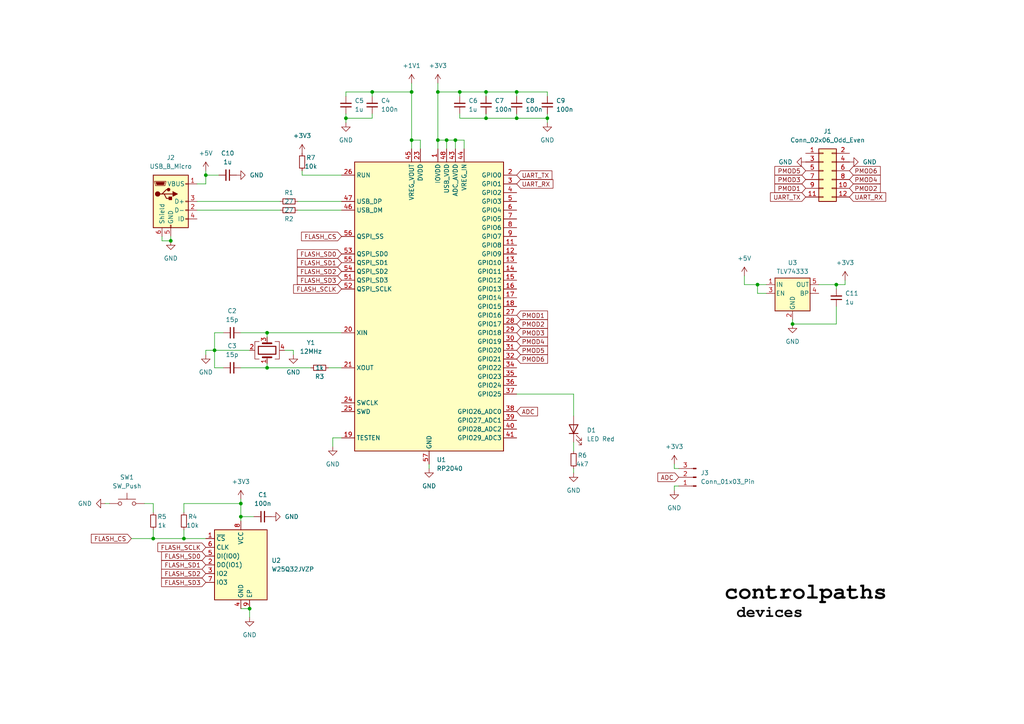
<source format=kicad_sch>
(kicad_sch (version 20230121) (generator eeschema)
  (paper "A4")
  (title_block (title "RP2040 PMOD") (rev "1a") (company "controlpaths devices"))
  (lib_symbols
    (symbol "Connector:Conn_01x03_Pin" (pin_names (offset 1.016) hide)
      (property "Reference" "J" (at 0 5.08 0))
      (property "Value" "Conn_01x03_Pin" (at 0 -5.08 0))
      (symbol "Conn_01x03_Pin_1_1"
        (polyline (pts (xy 1.27 -2.54) (xy 0.8636 -2.54)) (stroke (width 0.1524)))
        (polyline (pts (xy 1.27 0) (xy 0.8636 0)) (stroke (width 0.1524)))
        (polyline (pts (xy 1.27 2.54) (xy 0.8636 2.54)) (stroke (width 0.1524)))
        (rectangle (start 0.8636 -2.413) (end 0 -2.667) (stroke (width 0.1524)) (fill (type outline)))
        (rectangle (start 0.8636 0.127) (end 0 -0.127) (stroke (width 0.1524)) (fill (type outline)))
        (rectangle (start 0.8636 2.667) (end 0 2.413) (stroke (width 0.1524)) (fill (type outline)))
        (pin passive line (at 5.08 2.54 180) (length 3.81) (name "Pin_1") (number "1"))
        (pin passive line (at 5.08 0 180) (length 3.81) (name "Pin_2") (number "2"))
        (pin passive line (at 5.08 -2.54 180) (length 3.81) (name "Pin_3") (number "3"))
      )
    )
    (symbol "Connector:USB_B_Micro" (pin_names (offset 1.016))
      (property "Reference" "J" (at -5.08 11.43 0))
      (property "Value" "USB_B_Micro" (at -5.08 8.89 0))
      (symbol "USB_B_Micro_0_1"
        (rectangle (start -5.08 -7.62) (end 5.08 7.62) (stroke (width 0.254)) (fill (type background)))
        (circle (center -3.81 2.159) (radius 0.635) (stroke (width 0.254)) (fill (type outline)))
        (circle (center -0.635 3.429) (radius 0.381) (stroke (width 0.254)) (fill (type outline)))
        (rectangle (start -0.127 -7.62) (end 0.127 -6.858))
        (polyline (pts (xy -1.905 2.159) (xy 0.635 2.159)) (stroke (width 0.254)))
        (polyline (pts (xy -3.175 2.159) (xy -2.54 2.159) (xy -1.27 3.429) (xy -0.635 3.429)) (stroke (width 0.254)))
        (polyline (pts (xy -2.54 2.159) (xy -1.905 2.159) (xy -1.27 0.889) (xy 0 0.889)) (stroke (width 0.254)))
        (polyline (pts (xy 0.635 2.794) (xy 0.635 1.524) (xy 1.905 2.159) (xy 0.635 2.794)) (stroke (width 0.254)) (fill (type outline)))
        (polyline (pts (xy -4.318 5.588) (xy -1.778 5.588) (xy -2.032 4.826) (xy -4.064 4.826) (xy -4.318 5.588)) (fill (type outline)))
        (polyline (pts (xy -4.699 5.842) (xy -4.699 5.588) (xy -4.445 4.826) (xy -4.445 4.572) (xy -1.651 4.572) (xy -1.651 4.826) (xy -1.397 5.588) (xy -1.397 5.842) (xy -4.699 5.842)))
        (rectangle (start 0.254 1.27) (end -0.508 0.508) (stroke (width 0.254)) (fill (type outline)))
        (rectangle (start 5.08 -5.207) (end 4.318 -4.953))
        (rectangle (start 5.08 -2.667) (end 4.318 -2.413))
        (rectangle (start 5.08 -0.127) (end 4.318 0.127))
        (rectangle (start 5.08 4.953) (end 4.318 5.207))
      )
      (symbol "USB_B_Micro_1_1"
        (pin power_out line (at 7.62 5.08 180) (length 2.54) (name "VBUS") (number "1"))
        (pin bidirectional line (at 7.62 -2.54 180) (length 2.54) (name "D-") (number "2"))
        (pin bidirectional line (at 7.62 0 180) (length 2.54) (name "D+") (number "3"))
        (pin passive line (at 7.62 -5.08 180) (length 2.54) (name "ID") (number "4"))
        (pin power_out line (at 0 -10.16 90) (length 2.54) (name "GND") (number "5"))
        (pin passive line (at -2.54 -10.16 90) (length 2.54) (name "Shield") (number "6"))
      )
    )
    (symbol "Connector_Generic:Conn_02x06_Odd_Even" (pin_names (offset 1.016) hide)
      (property "Reference" "J" (at 1.27 7.62 0))
      (property "Value" "Conn_02x06_Odd_Even" (at 1.27 -10.16 0))
      (symbol "Conn_02x06_Odd_Even_1_1"
        (rectangle (start -1.27 -7.493) (end 0 -7.747) (stroke (width 0.1524)))
        (rectangle (start -1.27 -4.953) (end 0 -5.207) (stroke (width 0.1524)))
        (rectangle (start -1.27 -2.413) (end 0 -2.667) (stroke (width 0.1524)))
        (rectangle (start -1.27 0.127) (end 0 -0.127) (stroke (width 0.1524)))
        (rectangle (start -1.27 2.667) (end 0 2.413) (stroke (width 0.1524)))
        (rectangle (start -1.27 5.207) (end 0 4.953) (stroke (width 0.1524)))
        (rectangle (start -1.27 6.35) (end 3.81 -8.89) (stroke (width 0.254)) (fill (type background)))
        (rectangle (start 3.81 -7.493) (end 2.54 -7.747) (stroke (width 0.1524)))
        (rectangle (start 3.81 -4.953) (end 2.54 -5.207) (stroke (width 0.1524)))
        (rectangle (start 3.81 -2.413) (end 2.54 -2.667) (stroke (width 0.1524)))
        (rectangle (start 3.81 0.127) (end 2.54 -0.127) (stroke (width 0.1524)))
        (rectangle (start 3.81 2.667) (end 2.54 2.413) (stroke (width 0.1524)))
        (rectangle (start 3.81 5.207) (end 2.54 4.953) (stroke (width 0.1524)))
        (pin passive line (at -5.08 5.08 0) (length 3.81) (name "Pin_1") (number "1"))
        (pin passive line (at 7.62 -5.08 180) (length 3.81) (name "Pin_10") (number "10"))
        (pin passive line (at -5.08 -7.62 0) (length 3.81) (name "Pin_11") (number "11"))
        (pin passive line (at 7.62 -7.62 180) (length 3.81) (name "Pin_12") (number "12"))
        (pin passive line (at 7.62 5.08 180) (length 3.81) (name "Pin_2") (number "2"))
        (pin passive line (at -5.08 2.54 0) (length 3.81) (name "Pin_3") (number "3"))
        (pin passive line (at 7.62 2.54 180) (length 3.81) (name "Pin_4") (number "4"))
        (pin passive line (at -5.08 0 0) (length 3.81) (name "Pin_5") (number "5"))
        (pin passive line (at 7.62 0 180) (length 3.81) (name "Pin_6") (number "6"))
        (pin passive line (at -5.08 -2.54 0) (length 3.81) (name "Pin_7") (number "7"))
        (pin passive line (at 7.62 -2.54 180) (length 3.81) (name "Pin_8") (number "8"))
        (pin passive line (at -5.08 -5.08 0) (length 3.81) (name "Pin_9") (number "9"))
      )
    )
    (symbol "Device:C_Small" (pin_numbers hide) (pin_names (offset 0.254) hide)
      (property "Reference" "C" (at 0.254 1.778 0))
      (property "Value" "C_Small" (at 0.254 -2.032 0))
      (symbol "C_Small_0_1"
        (polyline (pts (xy -1.524 -0.508) (xy 1.524 -0.508)) (stroke (width 0.3302)))
        (polyline (pts (xy -1.524 0.508) (xy 1.524 0.508)) (stroke (width 0.3048)))
      )
      (symbol "C_Small_1_1"
        (pin passive line (at 0 2.54 270) (length 2.032) (name "~") (number "1"))
        (pin passive line (at 0 -2.54 90) (length 2.032) (name "~") (number "2"))
      )
    )
    (symbol "Device:Crystal_GND24" (pin_names (offset 1.016) hide)
      (property "Reference" "Y" (at 3.175 5.08 0))
      (property "Value" "Crystal_GND24" (at 3.175 3.175 0))
      (symbol "Crystal_GND24_0_1"
        (rectangle (start -1.143 2.54) (end 1.143 -2.54) (stroke (width 0.3048)))
        (polyline (pts (xy -2.54 0) (xy -2.032 0)))
        (polyline (pts (xy -2.032 -1.27) (xy -2.032 1.27)) (stroke (width 0.508)))
        (polyline (pts (xy 0 -3.81) (xy 0 -3.556)))
        (polyline (pts (xy 0 3.556) (xy 0 3.81)))
        (polyline (pts (xy 2.032 -1.27) (xy 2.032 1.27)) (stroke (width 0.508)))
        (polyline (pts (xy 2.032 0) (xy 2.54 0)))
        (polyline (pts (xy -2.54 -2.286) (xy -2.54 -3.556) (xy 2.54 -3.556) (xy 2.54 -2.286)))
        (polyline (pts (xy -2.54 2.286) (xy -2.54 3.556) (xy 2.54 3.556) (xy 2.54 2.286)))
      )
      (symbol "Crystal_GND24_1_1"
        (pin passive line (at -3.81 0 0) (length 1.27) (name "1") (number "1"))
        (pin passive line (at 0 5.08 270) (length 1.27) (name "2") (number "2"))
        (pin passive line (at 3.81 0 180) (length 1.27) (name "3") (number "3"))
        (pin passive line (at 0 -5.08 90) (length 1.27) (name "4") (number "4"))
      )
    )
    (symbol "Device:LED" (pin_numbers hide) (pin_names (offset 1.016) hide)
      (property "Reference" "D" (at 0 2.54 0))
      (property "Value" "LED" (at 0 -2.54 0))
      (symbol "LED_0_1"
        (polyline (pts (xy -1.27 -1.27) (xy -1.27 1.27)) (stroke (width 0.254)))
        (polyline (pts (xy -1.27 0) (xy 1.27 0)))
        (polyline (pts (xy 1.27 -1.27) (xy 1.27 1.27) (xy -1.27 0) (xy 1.27 -1.27)) (stroke (width 0.254)))
        (polyline (pts (xy -3.048 -0.762) (xy -4.572 -2.286) (xy -3.81 -2.286) (xy -4.572 -2.286) (xy -4.572 -1.524)))
        (polyline (pts (xy -1.778 -0.762) (xy -3.302 -2.286) (xy -2.54 -2.286) (xy -3.302 -2.286) (xy -3.302 -1.524)))
      )
      (symbol "LED_1_1"
        (pin passive line (at -3.81 0 0) (length 2.54) (name "K") (number "1"))
        (pin passive line (at 3.81 0 180) (length 2.54) (name "A") (number "2"))
      )
    )
    (symbol "Device:R_Small" (pin_numbers hide) (pin_names (offset 0.254) hide)
      (property "Reference" "R" (at 0.762 0.508 0))
      (property "Value" "R_Small" (at 0.762 -1.016 0))
      (symbol "R_Small_0_1"
        (rectangle (start -0.762 1.778) (end 0.762 -1.778) (stroke (width 0.2032)))
      )
      (symbol "R_Small_1_1"
        (pin passive line (at 0 2.54 270) (length 0.762) (name "~") (number "1"))
        (pin passive line (at 0 -2.54 90) (length 0.762) (name "~") (number "2"))
      )
    )
    (symbol "MCU_RaspberryPi:RP2040"
      (property "Reference" "U" (at 17.78 45.72 0))
      (property "Value" "RP2040" (at 17.78 43.18 0))
      (symbol "RP2040_0_1"
        (rectangle (start -21.59 41.91) (end 21.59 -41.91) (stroke (width 0.254)) (fill (type background)))
      )
      (symbol "RP2040_1_1"
        (pin power_in line (at 2.54 45.72 270) (length 3.81) (name "IOVDD") (number "1"))
        (pin passive line (at 2.54 45.72 270) (length 3.81) hide (name "IOVDD") (number "10"))
        (pin bidirectional line (at 25.4 17.78 180) (length 3.81) (name "GPIO8") (number "11"))
        (pin bidirectional line (at 25.4 15.24 180) (length 3.81) (name "GPIO9") (number "12"))
        (pin bidirectional line (at 25.4 12.7 180) (length 3.81) (name "GPIO10") (number "13"))
        (pin bidirectional line (at 25.4 10.16 180) (length 3.81) (name "GPIO11") (number "14"))
        (pin bidirectional line (at 25.4 7.62 180) (length 3.81) (name "GPIO12") (number "15"))
        (pin bidirectional line (at 25.4 5.08 180) (length 3.81) (name "GPIO13") (number "16"))
        (pin bidirectional line (at 25.4 2.54 180) (length 3.81) (name "GPIO14") (number "17"))
        (pin bidirectional line (at 25.4 0 180) (length 3.81) (name "GPIO15") (number "18"))
        (pin input line (at -25.4 -38.1 0) (length 3.81) (name "TESTEN") (number "19"))
        (pin bidirectional line (at 25.4 38.1 180) (length 3.81) (name "GPIO0") (number "2"))
        (pin input line (at -25.4 -7.62 0) (length 3.81) (name "XIN") (number "20"))
        (pin passive line (at -25.4 -17.78 0) (length 3.81) (name "XOUT") (number "21"))
        (pin passive line (at 2.54 45.72 270) (length 3.81) hide (name "IOVDD") (number "22"))
        (pin power_in line (at -2.54 45.72 270) (length 3.81) (name "DVDD") (number "23"))
        (pin input line (at -25.4 -27.94 0) (length 3.81) (name "SWCLK") (number "24"))
        (pin bidirectional line (at -25.4 -30.48 0) (length 3.81) (name "SWD") (number "25"))
        (pin input line (at -25.4 38.1 0) (length 3.81) (name "RUN") (number "26"))
        (pin bidirectional line (at 25.4 -2.54 180) (length 3.81) (name "GPIO16") (number "27"))
        (pin bidirectional line (at 25.4 -5.08 180) (length 3.81) (name "GPIO17") (number "28"))
        (pin bidirectional line (at 25.4 -7.62 180) (length 3.81) (name "GPIO18") (number "29"))
        (pin bidirectional line (at 25.4 35.56 180) (length 3.81) (name "GPIO1") (number "3"))
        (pin bidirectional line (at 25.4 -10.16 180) (length 3.81) (name "GPIO19") (number "30"))
        (pin bidirectional line (at 25.4 -12.7 180) (length 3.81) (name "GPIO20") (number "31"))
        (pin bidirectional line (at 25.4 -15.24 180) (length 3.81) (name "GPIO21") (number "32"))
        (pin passive line (at 2.54 45.72 270) (length 3.81) hide (name "IOVDD") (number "33"))
        (pin bidirectional line (at 25.4 -17.78 180) (length 3.81) (name "GPIO22") (number "34"))
        (pin bidirectional line (at 25.4 -20.32 180) (length 3.81) (name "GPIO23") (number "35"))
        (pin bidirectional line (at 25.4 -22.86 180) (length 3.81) (name "GPIO24") (number "36"))
        (pin bidirectional line (at 25.4 -25.4 180) (length 3.81) (name "GPIO25") (number "37"))
        (pin bidirectional line (at 25.4 -30.48 180) (length 3.81) (name "GPIO26_ADC0") (number "38"))
        (pin bidirectional line (at 25.4 -33.02 180) (length 3.81) (name "GPIO27_ADC1") (number "39"))
        (pin bidirectional line (at 25.4 33.02 180) (length 3.81) (name "GPIO2") (number "4"))
        (pin bidirectional line (at 25.4 -35.56 180) (length 3.81) (name "GPIO28_ADC2") (number "40"))
        (pin bidirectional line (at 25.4 -38.1 180) (length 3.81) (name "GPIO29_ADC3") (number "41"))
        (pin passive line (at 2.54 45.72 270) (length 3.81) hide (name "IOVDD") (number "42"))
        (pin power_in line (at 7.62 45.72 270) (length 3.81) (name "ADC_AVDD") (number "43"))
        (pin power_in line (at 10.16 45.72 270) (length 3.81) (name "VREG_IN") (number "44"))
        (pin power_out line (at -5.08 45.72 270) (length 3.81) (name "VREG_VOUT") (number "45"))
        (pin bidirectional line (at -25.4 27.94 0) (length 3.81) (name "USB_DM") (number "46"))
        (pin bidirectional line (at -25.4 30.48 0) (length 3.81) (name "USB_DP") (number "47"))
        (pin power_in line (at 5.08 45.72 270) (length 3.81) (name "USB_VDD") (number "48"))
        (pin passive line (at 2.54 45.72 270) (length 3.81) hide (name "IOVDD") (number "49"))
        (pin bidirectional line (at 25.4 30.48 180) (length 3.81) (name "GPIO3") (number "5"))
        (pin passive line (at -2.54 45.72 270) (length 3.81) hide (name "DVDD") (number "50"))
        (pin bidirectional line (at -25.4 7.62 0) (length 3.81) (name "QSPI_SD3") (number "51"))
        (pin output line (at -25.4 5.08 0) (length 3.81) (name "QSPI_SCLK") (number "52"))
        (pin bidirectional line (at -25.4 15.24 0) (length 3.81) (name "QSPI_SD0") (number "53"))
        (pin bidirectional line (at -25.4 10.16 0) (length 3.81) (name "QSPI_SD2") (number "54"))
        (pin bidirectional line (at -25.4 12.7 0) (length 3.81) (name "QSPI_SD1") (number "55"))
        (pin bidirectional line (at -25.4 20.32 0) (length 3.81) (name "QSPI_SS") (number "56"))
        (pin power_in line (at 0 -45.72 90) (length 3.81) (name "GND") (number "57"))
        (pin bidirectional line (at 25.4 27.94 180) (length 3.81) (name "GPIO4") (number "6"))
        (pin bidirectional line (at 25.4 25.4 180) (length 3.81) (name "GPIO5") (number "7"))
        (pin bidirectional line (at 25.4 22.86 180) (length 3.81) (name "GPIO6") (number "8"))
        (pin bidirectional line (at 25.4 20.32 180) (length 3.81) (name "GPIO7") (number "9"))
      )
    )
    (symbol "Memory_Flash:W25Q32JVZP"
      (property "Reference" "U" (at -6.35 11.43 0))
      (property "Value" "W25Q32JVZP" (at 7.62 11.43 0))
      (symbol "W25Q32JVZP_0_1"
        (rectangle (start -7.62 10.16) (end 7.62 -10.16) (stroke (width 0.254)) (fill (type background)))
      )
      (symbol "W25Q32JVZP_1_1"
        (pin input line (at -10.16 7.62 0) (length 2.54) (name "~{CS}") (number "1"))
        (pin bidirectional line (at -10.16 0 0) (length 2.54) (name "DO(IO1)") (number "2"))
        (pin bidirectional line (at -10.16 -2.54 0) (length 2.54) (name "IO2") (number "3"))
        (pin power_in line (at 0 -12.7 90) (length 2.54) (name "GND") (number "4"))
        (pin bidirectional line (at -10.16 2.54 0) (length 2.54) (name "DI(IO0)") (number "5"))
        (pin input line (at -10.16 5.08 0) (length 2.54) (name "CLK") (number "6"))
        (pin bidirectional line (at -10.16 -5.08 0) (length 2.54) (name "IO3") (number "7"))
        (pin power_in line (at 0 12.7 270) (length 2.54) (name "VCC") (number "8"))
        (pin passive line (at 2.54 -12.7 90) (length 2.54) (name "EP") (number "9"))
      )
    )
    (symbol "Regulator_Linear:LDK130-08_SOT23_SOT353" (pin_names (offset 0.254))
      (property "Reference" "U" (at -3.81 5.715 0))
      (property "Value" "LDK130-08_SOT23_SOT353" (at 0 5.715 0))
      (symbol "LDK130-08_SOT23_SOT353_0_1"
        (rectangle (start -5.08 4.445) (end 5.08 -5.08) (stroke (width 0.254)) (fill (type background)))
      )
      (symbol "LDK130-08_SOT23_SOT353_1_1"
        (pin power_in line (at -7.62 2.54 0) (length 2.54) (name "IN") (number "1"))
        (pin power_in line (at 0 -7.62 90) (length 2.54) (name "GND") (number "2"))
        (pin input line (at -7.62 0 0) (length 2.54) (name "EN") (number "3"))
        (pin passive line (at 7.62 0 180) (length 2.54) (name "BP") (number "4"))
        (pin power_out line (at 7.62 2.54 180) (length 2.54) (name "OUT") (number "5"))
      )
    )
    (symbol "Switch:SW_Push" (pin_numbers hide) (pin_names (offset 1.016) hide)
      (property "Reference" "SW" (at 1.27 2.54 0))
      (property "Value" "SW_Push" (at 0 -1.524 0))
      (symbol "SW_Push_0_1"
        (circle (center -2.032 0) (radius 0.508))
        (polyline (pts (xy 0 1.27) (xy 0 3.048)))
        (polyline (pts (xy 2.54 1.27) (xy -2.54 1.27)))
        (circle (center 2.032 0) (radius 0.508))
        (pin passive line (at -5.08 0 0) (length 2.54) (name "1") (number "1"))
        (pin passive line (at 5.08 0 180) (length 2.54) (name "2") (number "2"))
      )
    )
    (symbol "power:+1V1" (power) (pin_names (offset 0))
      (property "Value" "+1V1" (at 0 3.556 0))
      (symbol "+1V1_0_1"
        (polyline (pts (xy -0.762 1.27) (xy 0 2.54)))
        (polyline (pts (xy 0 0) (xy 0 2.54)))
        (polyline (pts (xy 0 2.54) (xy 0.762 1.27)))
      )
      (symbol "+1V1_1_1"
        (pin power_in line (at 0 0 90) (length 0) hide (name "+1V1") (number "1"))
      )
    )
    (symbol "power:+3V3" (power) (pin_names (offset 0))
      (property "Value" "+3V3" (at 0 3.556 0))
      (symbol "+3V3_0_1"
        (polyline (pts (xy -0.762 1.27) (xy 0 2.54)))
        (polyline (pts (xy 0 0) (xy 0 2.54)))
        (polyline (pts (xy 0 2.54) (xy 0.762 1.27)))
      )
      (symbol "+3V3_1_1"
        (pin power_in line (at 0 0 90) (length 0) hide (name "+3V3") (number "1"))
      )
    )
    (symbol "power:+5V" (power) (pin_names (offset 0))
      (property "Value" "+5V" (at 0 3.556 0))
      (symbol "+5V_0_1"
        (polyline (pts (xy -0.762 1.27) (xy 0 2.54)))
        (polyline (pts (xy 0 0) (xy 0 2.54)))
        (polyline (pts (xy 0 2.54) (xy 0.762 1.27)))
      )
      (symbol "+5V_1_1"
        (pin power_in line (at 0 0 90) (length 0) hide (name "+5V") (number "1"))
      )
    )
    (symbol "power:GND" (power) (pin_names (offset 0))
      (property "Value" "GND" (at 0 -3.81 0))
      (symbol "GND_0_1"
        (polyline (pts (xy 0 0) (xy 0 -1.27) (xy 1.27 -1.27) (xy 0 -2.54) (xy -1.27 -1.27) (xy 0 -1.27)))
      )
      (symbol "GND_1_1"
        (pin power_in line (at 0 0 270) (length 0) hide (name "GND") (number "1"))
      )
    )
  )
  (junction (at 107.95 26.67))
  (junction (at 242.57 82.55))
  (junction (at 149.86 26.67))
  (junction (at 49.53 69.85))
  (junction (at 77.47 106.68))
  (junction (at 59.69 50.8))
  (junction (at 119.38 26.67))
  (junction (at 77.47 96.52))
  (junction (at 149.86 34.29))
  (junction (at 69.85 146.05))
  (junction (at 133.35 26.67))
  (junction (at 119.38 40.64))
  (junction (at 129.54 40.64))
  (junction (at 132.08 40.64))
  (junction (at 140.97 34.29))
  (junction (at 219.71 82.55))
  (junction (at 69.85 149.86))
  (junction (at 229.87 93.98))
  (junction (at 127 26.67))
  (junction (at 100.33 34.29))
  (junction (at 53.34 156.21))
  (junction (at 127 40.64))
  (junction (at 44.45 156.21))
  (junction (at 140.97 26.67))
  (junction (at 62.23 101.6))
  (junction (at 158.75 34.29))
  (junction (at 72.39 176.53))
  (wire (pts (xy 124.46 134.62) (xy 124.46 135.89)))
  (wire (pts (xy 166.37 114.3) (xy 166.37 120.65)))
  (wire (pts (xy 53.34 156.21) (xy 59.69 156.21)))
  (wire (pts (xy 49.53 68.58) (xy 49.53 69.85)))
  (wire (pts (xy 134.62 43.18) (xy 134.62 40.64)))
  (wire (pts (xy 107.95 26.67) (xy 119.38 26.67)))
  (wire (pts (xy 149.86 26.67) (xy 158.75 26.67)))
  (wire (pts (xy 229.87 93.98) (xy 242.57 93.98)))
  (wire (pts (xy 44.45 156.21) (xy 53.34 156.21)))
  (wire (pts (xy 229.87 93.98) (xy 229.87 92.71)))
  (wire (pts (xy 59.69 101.6) (xy 62.23 101.6)))
  (wire (pts (xy 140.97 26.67) (xy 140.97 27.94)))
  (wire (pts (xy 133.35 34.29) (xy 140.97 34.29)))
  (wire (pts (xy 121.92 40.64) (xy 119.38 40.64)))
  (wire (pts (xy 53.34 146.05) (xy 69.85 146.05)))
  (wire (pts (xy 87.63 49.53) (xy 87.63 50.8)))
  (wire (pts (xy 140.97 33.02) (xy 140.97 34.29)))
  (wire (pts (xy 140.97 26.67) (xy 149.86 26.67)))
  (wire (pts (xy 96.52 127) (xy 99.06 127)))
  (wire (pts (xy 158.75 27.94) (xy 158.75 26.67)))
  (wire (pts (xy 127 26.67) (xy 127 40.64)))
  (wire (pts (xy 77.47 96.52) (xy 99.06 96.52)))
  (wire (pts (xy 53.34 153.67) (xy 53.34 156.21)))
  (wire (pts (xy 222.25 85.09) (xy 219.71 85.09)))
  (wire (pts (xy 53.34 148.59) (xy 53.34 146.05)))
  (wire (pts (xy 100.33 34.29) (xy 107.95 34.29)))
  (wire (pts (xy 149.86 26.67) (xy 149.86 27.94)))
  (wire (pts (xy 121.92 43.18) (xy 121.92 40.64)))
  (wire (pts (xy 44.45 153.67) (xy 44.45 156.21)))
  (wire (pts (xy 82.55 101.6) (xy 85.09 101.6)))
  (wire (pts (xy 107.95 33.02) (xy 107.95 34.29)))
  (wire (pts (xy 149.86 114.3) (xy 166.37 114.3)))
  (wire (pts (xy 59.69 102.87) (xy 59.69 101.6)))
  (wire (pts (xy 242.57 88.9) (xy 242.57 93.98)))
  (wire (pts (xy 77.47 106.68) (xy 77.47 105.41)))
  (wire (pts (xy 59.69 50.8) (xy 63.5 50.8)))
  (wire (pts (xy 215.9 82.55) (xy 215.9 80.01)))
  (wire (pts (xy 57.15 58.42) (xy 81.28 58.42)))
  (wire (pts (xy 69.85 149.86) (xy 69.85 151.13)))
  (wire (pts (xy 242.57 82.55) (xy 242.57 83.82)))
  (wire (pts (xy 69.85 176.53) (xy 72.39 176.53)))
  (wire (pts (xy 100.33 34.29) (xy 100.33 35.56)))
  (wire (pts (xy 219.71 85.09) (xy 219.71 82.55)))
  (wire (pts (xy 129.54 43.18) (xy 129.54 40.64)))
  (wire (pts (xy 46.99 69.85) (xy 49.53 69.85)))
  (wire (pts (xy 86.36 58.42) (xy 99.06 58.42)))
  (wire (pts (xy 119.38 40.64) (xy 119.38 43.18)))
  (wire (pts (xy 87.63 50.8) (xy 99.06 50.8)))
  (wire (pts (xy 195.58 142.24) (xy 195.58 140.97)))
  (wire (pts (xy 132.08 43.18) (xy 132.08 40.64)))
  (wire (pts (xy 46.99 68.58) (xy 46.99 69.85)))
  (wire (pts (xy 219.71 82.55) (xy 215.9 82.55)))
  (wire (pts (xy 57.15 60.96) (xy 81.28 60.96)))
  (wire (pts (xy 96.52 129.54) (xy 96.52 127)))
  (wire (pts (xy 41.91 146.05) (xy 44.45 146.05)))
  (wire (pts (xy 62.23 106.68) (xy 62.23 101.6)))
  (wire (pts (xy 127 24.13) (xy 127 26.67)))
  (wire (pts (xy 195.58 134.62) (xy 195.58 135.89)))
  (wire (pts (xy 69.85 146.05) (xy 69.85 149.86)))
  (wire (pts (xy 195.58 140.97) (xy 196.85 140.97)))
  (wire (pts (xy 95.25 106.68) (xy 99.06 106.68)))
  (wire (pts (xy 62.23 101.6) (xy 62.23 96.52)))
  (wire (pts (xy 127 40.64) (xy 127 43.18)))
  (wire (pts (xy 149.86 33.02) (xy 149.86 34.29)))
  (wire (pts (xy 127 26.67) (xy 133.35 26.67)))
  (wire (pts (xy 242.57 82.55) (xy 245.11 82.55)))
  (wire (pts (xy 119.38 24.13) (xy 119.38 26.67)))
  (wire (pts (xy 237.49 82.55) (xy 242.57 82.55)))
  (wire (pts (xy 72.39 176.53) (xy 72.39 179.07)))
  (wire (pts (xy 100.33 26.67) (xy 107.95 26.67)))
  (wire (pts (xy 72.39 101.6) (xy 62.23 101.6)))
  (wire (pts (xy 44.45 148.59) (xy 44.45 146.05)))
  (wire (pts (xy 129.54 40.64) (xy 132.08 40.64)))
  (wire (pts (xy 133.35 26.67) (xy 140.97 26.67)))
  (wire (pts (xy 245.11 81.28) (xy 245.11 82.55)))
  (wire (pts (xy 69.85 106.68) (xy 77.47 106.68)))
  (wire (pts (xy 107.95 26.67) (xy 107.95 27.94)))
  (wire (pts (xy 77.47 96.52) (xy 69.85 96.52)))
  (wire (pts (xy 195.58 135.89) (xy 196.85 135.89)))
  (wire (pts (xy 100.33 33.02) (xy 100.33 34.29)))
  (wire (pts (xy 69.85 149.86) (xy 73.66 149.86)))
  (wire (pts (xy 77.47 106.68) (xy 90.17 106.68)))
  (wire (pts (xy 158.75 33.02) (xy 158.75 34.29)))
  (wire (pts (xy 85.09 102.87) (xy 85.09 101.6)))
  (wire (pts (xy 166.37 135.89) (xy 166.37 137.16)))
  (wire (pts (xy 59.69 50.8) (xy 59.69 53.34)))
  (wire (pts (xy 86.36 60.96) (xy 99.06 60.96)))
  (wire (pts (xy 158.75 34.29) (xy 158.75 35.56)))
  (wire (pts (xy 127 40.64) (xy 129.54 40.64)))
  (wire (pts (xy 166.37 128.27) (xy 166.37 130.81)))
  (wire (pts (xy 30.48 146.05) (xy 31.75 146.05)))
  (wire (pts (xy 149.86 34.29) (xy 158.75 34.29)))
  (wire (pts (xy 132.08 40.64) (xy 134.62 40.64)))
  (wire (pts (xy 64.77 106.68) (xy 62.23 106.68)))
  (wire (pts (xy 140.97 34.29) (xy 149.86 34.29)))
  (wire (pts (xy 133.35 33.02) (xy 133.35 34.29)))
  (wire (pts (xy 62.23 96.52) (xy 64.77 96.52)))
  (wire (pts (xy 222.25 82.55) (xy 219.71 82.55)))
  (wire (pts (xy 69.85 144.78) (xy 69.85 146.05)))
  (wire (pts (xy 38.1 156.21) (xy 44.45 156.21)))
  (wire (pts (xy 133.35 27.94) (xy 133.35 26.67)))
  (wire (pts (xy 57.15 53.34) (xy 59.69 53.34)))
  (wire (pts (xy 119.38 26.67) (xy 119.38 40.64)))
  (wire (pts (xy 77.47 97.79) (xy 77.47 96.52)))
  (wire (pts (xy 100.33 27.94) (xy 100.33 26.67)))
  (wire (pts (xy 59.69 49.53) (xy 59.69 50.8)))
  (image (at 233.68 173.99) (scale 0.772348))
  (global_label "PMOD2" (shape input) (at 149.86 93.98 0) (property "Intersheetrefs" "${INTERSHEET_REFS}" (effects hide)))
  (global_label "FLASH_CS" (shape input) (at 99.06 68.58 180) (property "Intersheetrefs" "${INTERSHEET_REFS}" (effects hide)))
  (global_label "UART_TX" (shape input) (at 233.68 57.15 180) (property "Intersheetrefs" "${INTERSHEET_REFS}" (effects hide)))
  (global_label "FLASH_SD2" (shape input) (at 99.06 78.74 180) (property "Intersheetrefs" "${INTERSHEET_REFS}" (effects hide)))
  (global_label "PMOD4" (shape input) (at 246.38 52.07 0) (property "Intersheetrefs" "${INTERSHEET_REFS}" (effects hide)))
  (global_label "PMOD5" (shape input) (at 149.86 101.6 0) (property "Intersheetrefs" "${INTERSHEET_REFS}" (effects hide)))
  (global_label "PMOD5" (shape input) (at 233.68 49.53 180) (property "Intersheetrefs" "${INTERSHEET_REFS}" (effects hide)))
  (global_label "FLASH_SD3" (shape input) (at 59.69 168.91 180) (property "Intersheetrefs" "${INTERSHEET_REFS}" (effects hide)))
  (global_label "FLASH_SD1" (shape input) (at 59.69 163.83 180) (property "Intersheetrefs" "${INTERSHEET_REFS}" (effects hide)))
  (global_label "PMOD6" (shape input) (at 246.38 49.53 0) (property "Intersheetrefs" "${INTERSHEET_REFS}" (effects hide)))
  (global_label "FLASH_SD3" (shape input) (at 99.06 81.28 180) (property "Intersheetrefs" "${INTERSHEET_REFS}" (effects hide)))
  (global_label "FLASH_SCLK" (shape input) (at 59.69 158.75 180) (property "Intersheetrefs" "${INTERSHEET_REFS}" (effects hide)))
  (global_label "ADC" (shape input) (at 196.85 138.43 180) (property "Intersheetrefs" "${INTERSHEET_REFS}" (effects hide)))
  (global_label "PMOD1" (shape input) (at 149.86 91.44 0) (property "Intersheetrefs" "${INTERSHEET_REFS}" (effects hide)))
  (global_label "PMOD6" (shape input) (at 149.86 104.14 0) (property "Intersheetrefs" "${INTERSHEET_REFS}" (effects hide)))
  (global_label "FLASH_CS" (shape input) (at 38.1 156.21 180) (property "Intersheetrefs" "${INTERSHEET_REFS}" (effects hide)))
  (global_label "UART_RX" (shape input) (at 149.86 53.34 0) (property "Intersheetrefs" "${INTERSHEET_REFS}" (effects hide)))
  (global_label "FLASH_SD2" (shape input) (at 59.69 166.37 180) (property "Intersheetrefs" "${INTERSHEET_REFS}" (effects hide)))
  (global_label "FLASH_SD1" (shape input) (at 99.06 76.2 180) (property "Intersheetrefs" "${INTERSHEET_REFS}" (effects hide)))
  (global_label "FLASH_SCLK" (shape input) (at 99.06 83.82 180) (property "Intersheetrefs" "${INTERSHEET_REFS}" (effects hide)))
  (global_label "PMOD3" (shape input) (at 149.86 96.52 0) (property "Intersheetrefs" "${INTERSHEET_REFS}" (effects hide)))
  (global_label "UART_RX" (shape input) (at 246.38 57.15 0) (property "Intersheetrefs" "${INTERSHEET_REFS}" (effects hide)))
  (global_label "FLASH_SD0" (shape input) (at 59.69 161.29 180) (property "Intersheetrefs" "${INTERSHEET_REFS}" (effects hide)))
  (global_label "PMOD2" (shape input) (at 246.38 54.61 0) (property "Intersheetrefs" "${INTERSHEET_REFS}" (effects hide)))
  (global_label "UART_TX" (shape input) (at 149.86 50.8 0) (property "Intersheetrefs" "${INTERSHEET_REFS}" (effects hide)))
  (global_label "PMOD3" (shape input) (at 233.68 52.07 180) (property "Intersheetrefs" "${INTERSHEET_REFS}" (effects hide)))
  (global_label "ADC" (shape input) (at 149.86 119.38 0) (property "Intersheetrefs" "${INTERSHEET_REFS}" (effects hide)))
  (global_label "PMOD1" (shape input) (at 233.68 54.61 180) (property "Intersheetrefs" "${INTERSHEET_REFS}" (effects hide)))
  (global_label "PMOD4" (shape input) (at 149.86 99.06 0) (property "Intersheetrefs" "${INTERSHEET_REFS}" (effects hide)))
  (global_label "FLASH_SD0" (shape input) (at 99.06 73.66 180) (property "Intersheetrefs" "${INTERSHEET_REFS}" (effects hide)))
  (symbol (lib_id "Memory_Flash:W25Q32JVZP") (at 69.85 163.83 0) (unit 1)
    (property "Reference" "U2" (at 78.74 162.56 0) (effects (justify left)))
    (property "Value" "W25Q32JVZP" (at 78.74 165.1 0) (effects (justify left)))
    (property "Footprint" "Package_SON:WSON-8-1EP_6x5mm_P1.27mm_EP3.4x4.3mm" (effects hide))
    (property "Datasheet" "http://www.winbond.com/resource-files/w25q32jv%20revg%2003272018%20plus.pdf" (effects hide))
    (property "LCSC" "C2940197" (effects hide))
  )
  (symbol (lib_id "power:GND") (at 124.46 135.89 0) (unit 1)
    (property "Reference" "#PWR09" (effects hide))
    (property "Value" "GND" (at 124.46 140.97 0))
  )
  (symbol (lib_id "power:GND") (at 30.48 146.05 270) (unit 1)
    (property "Reference" "#PWR014" (effects hide))
    (property "Value" "GND" (at 26.67 146.05 90) (effects (justify right)))
  )
  (symbol (lib_id "Device:R_Small") (at 44.45 151.13 180) (unit 1)
    (property "Reference" "R5" (at 46.99 149.86 0))
    (property "Value" "1k" (at 46.99 152.4 0))
    (property "Footprint" "Resistor_SMD:R_0603_1608Metric" (effects hide))
  )
  (symbol (lib_id "Device:Crystal_GND24") (at 77.47 101.6 90) (unit 1)
    (property "Reference" "Y1" (at 90.17 99.3841 90))
    (property "Value" "12MHz" (at 90.17 101.9241 90))
    (property "Footprint" "Crystal:Crystal_SMD_3225-4Pin_3.2x2.5mm" (effects hide))
    (property "LCSC" "C524716" (effects hide))
  )
  (symbol (lib_id "Device:C_Small") (at 158.75 30.48 180) (unit 1)
    (property "Reference" "C9" (at 161.29 29.2036 0) (effects (justify right)))
    (property "Value" "100n" (at 161.29 31.7436 0) (effects (justify right)))
    (property "Footprint" "Capacitor_SMD:C_0603_1608Metric" (effects hide))
  )
  (symbol (lib_id "power:+3V3") (at 245.11 81.28 0) (unit 1)
    (property "Reference" "#PWR023" (effects hide))
    (property "Value" "+3V3" (at 245.11 76.2 0))
  )
  (symbol (lib_id "power:GND") (at 85.09 102.87 0) (unit 1)
    (property "Reference" "#PWR07" (effects hide))
    (property "Value" "GND" (at 85.09 107.95 0))
  )
  (symbol (lib_id "power:GND") (at 100.33 35.56 0) (unit 1)
    (property "Reference" "#PWR012" (effects hide))
    (property "Value" "GND" (at 100.33 40.64 0))
  )
  (symbol (lib_id "power:+5V") (at 59.69 49.53 0) (unit 1)
    (property "Reference" "#PWR04" (effects hide))
    (property "Value" "+5V" (at 59.69 44.45 0))
  )
  (symbol (lib_id "Device:R_Small") (at 83.82 58.42 90) (unit 1)
    (property "Reference" "R1" (at 83.82 55.88 90))
    (property "Value" "27" (at 83.82 58.42 90))
    (property "Footprint" "Resistor_SMD:R_0603_1608Metric" (effects hide))
  )
  (symbol (lib_id "power:GND") (at 49.53 69.85 0) (unit 1)
    (property "Reference" "#PWR05" (effects hide))
    (property "Value" "GND" (at 49.53 74.93 0))
  )
  (symbol (lib_id "power:GND") (at 158.75 35.56 0) (unit 1)
    (property "Reference" "#PWR013" (effects hide))
    (property "Value" "GND" (at 158.75 40.64 0))
  )
  (symbol (lib_id "Device:C_Small") (at 107.95 30.48 180) (unit 1)
    (property "Reference" "C4" (at 110.49 29.2036 0) (effects (justify right)))
    (property "Value" "100n" (at 110.49 31.7436 0) (effects (justify right)))
    (property "Footprint" "Capacitor_SMD:C_0603_1608Metric" (effects hide))
  )
  (symbol (lib_id "Device:C_Small") (at 66.04 50.8 270) (unit 1)
    (property "Reference" "C10" (at 66.0336 44.45 90))
    (property "Value" "1u" (at 66.0336 46.99 90))
    (property "Footprint" "Capacitor_SMD:C_0603_1608Metric" (effects hide))
  )
  (symbol (lib_id "Device:R_Small") (at 87.63 46.99 180) (unit 1)
    (property "Reference" "R7" (at 90.17 45.72 0))
    (property "Value" "10k" (at 90.17 48.26 0))
    (property "Footprint" "Resistor_SMD:R_0603_1608Metric" (effects hide))
  )
  (symbol (lib_id "Device:C_Small") (at 100.33 30.48 180) (unit 1)
    (property "Reference" "C5" (at 102.87 29.2036 0) (effects (justify right)))
    (property "Value" "1u" (at 102.87 31.7436 0) (effects (justify right)))
    (property "Footprint" "Capacitor_SMD:C_0603_1608Metric" (effects hide))
  )
  (symbol (lib_id "Device:R_Small") (at 166.37 133.35 180) (unit 1)
    (property "Reference" "R6" (at 168.91 132.08 0))
    (property "Value" "4k7" (at 168.91 134.62 0))
    (property "Footprint" "Resistor_SMD:R_0603_1608Metric" (effects hide))
  )
  (symbol (lib_id "power:+3V3") (at 69.85 144.78 0) (unit 1)
    (property "Reference" "#PWR01" (effects hide))
    (property "Value" "+3V3" (at 69.85 139.7 0))
  )
  (symbol (lib_id "power:GND") (at 59.69 102.87 0) (unit 1)
    (property "Reference" "#PWR06" (effects hide))
    (property "Value" "GND" (at 59.69 107.95 0))
  )
  (symbol (lib_id "power:+5V") (at 215.9 80.01 0) (unit 1)
    (property "Reference" "#PWR021" (effects hide))
    (property "Value" "+5V" (at 215.9 74.93 0))
  )
  (symbol (lib_id "Device:C_Small") (at 140.97 30.48 180) (unit 1)
    (property "Reference" "C7" (at 143.51 29.2036 0) (effects (justify right)))
    (property "Value" "100n" (at 143.51 31.7436 0) (effects (justify right)))
    (property "Footprint" "Capacitor_SMD:C_0603_1608Metric" (effects hide))
  )
  (symbol (lib_id "power:+3V3") (at 195.58 134.62 0) (unit 1)
    (property "Reference" "#PWR017" (effects hide))
    (property "Value" "+3V3" (at 195.58 129.54 0))
  )
  (symbol (lib_id "Connector_Generic:Conn_02x06_Odd_Even") (at 238.76 49.53 0) (unit 1)
    (property "Reference" "J1" (at 240.03 38.1 0))
    (property "Value" "Conn_02x06_Odd_Even" (at 240.03 40.64 0))
    (property "Footprint" "Connector_PinHeader_2.54mm:PinHeader_2x06_P2.54mm_Horizontal" (effects hide))
    (property "LCSC" "C2911299" (effects hide))
  )
  (symbol (lib_id "power:+3V3") (at 127 24.13 0) (unit 1)
    (property "Reference" "#PWR010" (effects hide))
    (property "Value" "+3V3" (at 127 19.05 0))
  )
  (symbol (lib_id "power:GND") (at 233.68 46.99 270) (unit 1)
    (property "Reference" "#PWR018" (effects hide))
    (property "Value" "GND" (at 229.87 46.99 90) (effects (justify right)))
  )
  (symbol (lib_id "Device:C_Small") (at 76.2 149.86 90) (unit 1)
    (property "Reference" "C1" (at 76.2063 143.51 90))
    (property "Value" "100n" (at 76.2063 146.05 90))
    (property "Footprint" "Capacitor_SMD:C_0603_1608Metric" (effects hide))
  )
  (symbol (lib_id "Device:C_Small") (at 67.31 96.52 90) (unit 1)
    (property "Reference" "C2" (at 67.3163 90.17 90))
    (property "Value" "15p" (at 67.3163 92.71 90))
    (property "Footprint" "Capacitor_SMD:C_0603_1608Metric" (effects hide))
  )
  (symbol (lib_id "Device:LED") (at 166.37 124.46 90) (unit 1)
    (property "Reference" "D1" (at 170.18 124.7775 90) (effects (justify right)))
    (property "Value" "LED Red" (at 170.18 127.3175 90) (effects (justify right)))
    (property "Footprint" "LED_SMD:LED_0603_1608Metric" (effects hide))
  )
  (symbol (lib_id "power:GND") (at 166.37 137.16 0) (unit 1)
    (property "Reference" "#PWR015" (effects hide))
    (property "Value" "GND" (at 166.37 142.24 0))
  )
  (symbol (lib_id "power:GND") (at 229.87 93.98 0) (unit 1)
    (property "Reference" "#PWR022" (effects hide))
    (property "Value" "GND" (at 229.87 99.06 0))
  )
  (symbol (lib_id "Connector:USB_B_Micro") (at 49.53 58.42 0) (unit 1)
    (property "Reference" "J2" (at 49.53 45.72 0))
    (property "Value" "USB_B_Micro" (at 49.53 48.26 0))
    (property "Footprint" "Connector_USB:USB_Micro-B_Amphenol_10118193-0001LF_Horizontal" (effects hide))
    (property "LCSC" "C132562" (effects hide))
  )
  (symbol (lib_id "power:+3V3") (at 87.63 44.45 0) (unit 1)
    (property "Reference" "#PWR024" (effects hide))
    (property "Value" "+3V3" (at 87.63 39.37 0))
  )
  (symbol (lib_id "power:GND") (at 68.58 50.8 90) (unit 1)
    (property "Reference" "#PWR020" (effects hide))
    (property "Value" "GND" (at 72.39 50.8 90) (effects (justify right)))
  )
  (symbol (lib_id "power:GND") (at 246.38 46.99 90) (unit 1)
    (property "Reference" "#PWR019" (effects hide))
    (property "Value" "GND" (at 250.19 46.99 90) (effects (justify right)))
  )
  (symbol (lib_id "power:GND") (at 78.74 149.86 90) (unit 1)
    (property "Reference" "#PWR02" (effects hide))
    (property "Value" "GND" (at 82.55 149.86 90) (effects (justify right)))
  )
  (symbol (lib_id "Device:C_Small") (at 242.57 86.36 180) (unit 1)
    (property "Reference" "C11" (at 245.11 85.0836 0) (effects (justify right)))
    (property "Value" "1u" (at 245.11 87.6236 0) (effects (justify right)))
    (property "Footprint" "Capacitor_SMD:C_0603_1608Metric" (effects hide))
  )
  (symbol (lib_id "Device:C_Small") (at 149.86 30.48 180) (unit 1)
    (property "Reference" "C8" (at 152.4 29.2036 0) (effects (justify right)))
    (property "Value" "100n" (at 152.4 31.7436 0) (effects (justify right)))
    (property "Footprint" "Capacitor_SMD:C_0603_1608Metric" (effects hide))
  )
  (symbol (lib_id "power:GND") (at 96.52 129.54 0) (unit 1)
    (property "Reference" "#PWR08" (effects hide))
    (property "Value" "GND" (at 96.52 134.62 0))
  )
  (symbol (lib_id "power:GND") (at 195.58 142.24 0) (unit 1)
    (property "Reference" "#PWR016" (effects hide))
    (property "Value" "GND" (at 195.58 147.32 0))
  )
  (symbol (lib_id "power:GND") (at 72.39 179.07 0) (unit 1)
    (property "Reference" "#PWR03" (effects hide))
    (property "Value" "GND" (at 72.39 184.15 0))
  )
  (symbol (lib_id "power:+1V1") (at 119.38 24.13 0) (unit 1)
    (property "Reference" "#PWR011" (effects hide))
    (property "Value" "+1V1" (at 119.38 19.05 0))
  )
  (symbol (lib_id "Device:R_Small") (at 83.82 60.96 90) (unit 1)
    (property "Reference" "R2" (at 83.82 63.5 90))
    (property "Value" "27" (at 83.82 60.96 90))
    (property "Footprint" "Resistor_SMD:R_0603_1608Metric" (effects hide))
  )
  (symbol (lib_id "Switch:SW_Push") (at 36.83 146.05 0) (unit 1)
    (property "Reference" "SW1" (at 36.83 138.43 0))
    (property "Value" "SW_Push" (at 36.83 140.97 0))
    (property "Footprint" "Button_Switch_SMD:SW_Push_SPST_NO_Alps_SKRK" (effects hide))
    (property "LCSC" "C115357" (effects hide))
  )
  (symbol (lib_id "Device:R_Small") (at 92.71 106.68 90) (unit 1)
    (property "Reference" "R3" (at 92.71 109.22 90))
    (property "Value" "1k" (at 92.71 106.68 90))
    (property "Footprint" "Resistor_SMD:R_0603_1608Metric" (effects hide))
  )
  (symbol (lib_id "Regulator_Linear:LDK130-08_SOT23_SOT353") (at 229.87 85.09 0) (unit 1)
    (property "Reference" "U3" (at 229.87 76.2 0))
    (property "Value" "TLV74333" (at 229.87 78.74 0))
    (property "Footprint" "Package_TO_SOT_SMD:SOT-23-5" (effects hide))
    (property "Datasheet" "http://www.st.com/content/ccc/resource/technical/document/datasheet/29/10/f7/87/2f/66/47/f4/DM00076097.pdf/files/DM00076097.pdf/jcr:content/translations/en.DM00076097.pdf" (effects hide))
    (property "LCSC" "C408972" (effects hide))
  )
  (symbol (lib_id "Connector:Conn_01x03_Pin") (at 201.93 138.43 180) (unit 1)
    (property "Reference" "J3" (at 203.2 137.16 0) (effects (justify right)))
    (property "Value" "Conn_01x03_Pin" (at 203.2 139.7 0) (effects (justify right)))
    (property "Footprint" "Connector_PinHeader_2.54mm:PinHeader_1x03_P2.54mm_Vertical" (effects hide))
  )
  (symbol (lib_id "Device:R_Small") (at 53.34 151.13 180) (unit 1)
    (property "Reference" "R4" (at 55.88 149.86 0))
    (property "Value" "10k" (at 55.88 152.4 0))
    (property "Footprint" "Resistor_SMD:R_0603_1608Metric" (effects hide))
  )
  (symbol (lib_id "Device:C_Small") (at 133.35 30.48 180) (unit 1)
    (property "Reference" "C6" (at 135.89 29.2036 0) (effects (justify right)))
    (property "Value" "1u" (at 135.89 31.7436 0) (effects (justify right)))
    (property "Footprint" "Capacitor_SMD:C_0603_1608Metric" (effects hide))
  )
  (symbol (lib_id "MCU_RaspberryPi:RP2040") (at 124.46 88.9 0) (unit 1)
    (property "Reference" "U1" (at 126.6541 133.35 0) (effects (justify left)))
    (property "Value" "RP2040" (at 126.6541 135.89 0) (effects (justify left)))
    (property "Footprint" "Package_DFN_QFN:QFN-56-1EP_7x7mm_P0.4mm_EP3.2x3.2mm" (effects hide))
    (property "Datasheet" "https://datasheets.raspberrypi.com/rp2040/rp2040-datasheet.pdf" (effects hide))
    (property "LCSC" "C2040" (effects hide))
  )
  (symbol (lib_id "Device:C_Small") (at 67.31 106.68 90) (unit 1)
    (property "Reference" "C3" (at 67.3163 100.33 90))
    (property "Value" "15p" (at 67.3163 102.87 90))
    (property "Footprint" "Capacitor_SMD:C_0603_1608Metric" (effects hide))
  )
)
</source>
